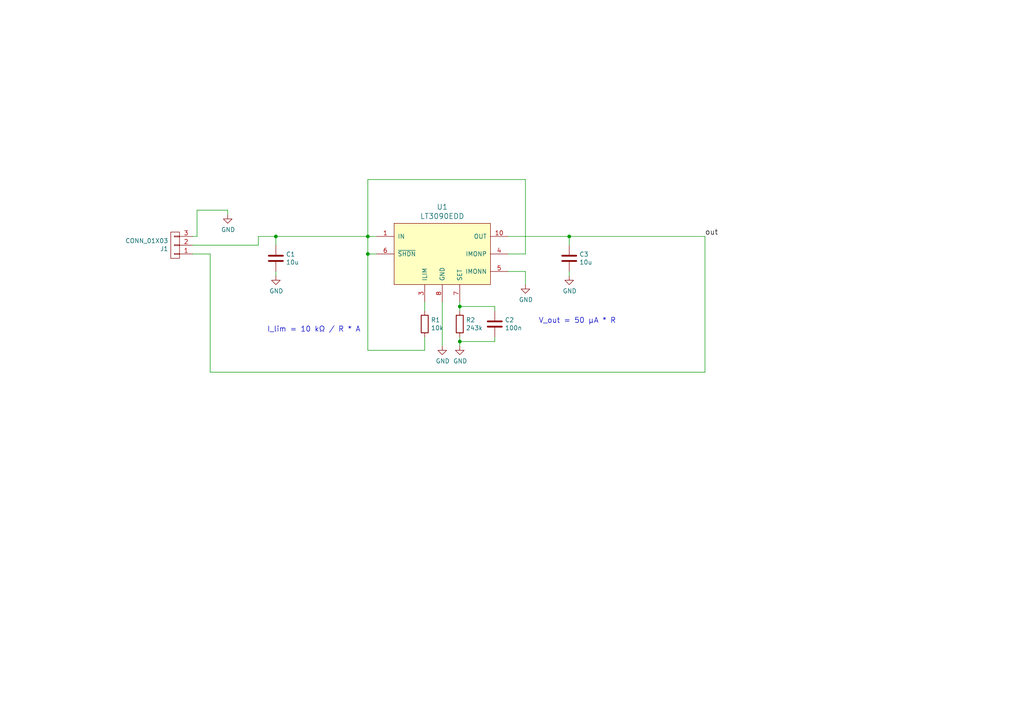
<source format=kicad_sch>
(kicad_sch (version 20230121) (generator eeschema)
  (paper "A4")
  (lib_symbols
    (symbol "LT3090_breakout-rescue:C" (pin_numbers hide) (pin_names (offset 0.254))
      (property "Reference" "C" (at 0.635 2.54 0))
      (property "Value" "C" (at 0.635 -2.54 0))
      (symbol "C_0_1"
        (polyline (pts (xy -2.032 -0.762) (xy 2.032 -0.762)) (stroke (width 0.508)))
        (polyline (pts (xy -2.032 0.762) (xy 2.032 0.762)) (stroke (width 0.508)))
      )
      (symbol "C_1_1"
        (pin passive line (at 0 3.81 270) (length 2.794) (name "~") (number "1"))
        (pin passive line (at 0 -3.81 90) (length 2.794) (name "~") (number "2"))
      )
    )
    (symbol "LT3090_breakout-rescue:CONN_01X03" (pin_names (offset 1.016) hide)
      (property "Reference" "J" (at 0 5.08 0))
      (property "Value" "CONN_01X03" (at 2.54 0 90))
      (symbol "CONN_01X03_0_1"
        (rectangle (start -1.27 -2.413) (end 0.254 -2.667))
        (rectangle (start -1.27 0.127) (end 0.254 -0.127))
        (rectangle (start -1.27 2.667) (end 0.254 2.413))
        (rectangle (start -1.27 3.81) (end 1.27 -3.81))
      )
      (symbol "CONN_01X03_1_1"
        (pin passive line (at -5.08 2.54 0) (length 3.81) (name "P1") (number "1"))
        (pin passive line (at -5.08 0 0) (length 3.81) (name "P2") (number "2"))
        (pin passive line (at -5.08 -2.54 0) (length 3.81) (name "P3") (number "3"))
      )
    )
    (symbol "LT3090_breakout-rescue:GND" (power) (pin_names (offset 0))
      (property "Value" "GND" (at 0 -3.81 0))
      (symbol "GND_0_1"
        (polyline (pts (xy 0 0) (xy 0 -1.27) (xy 1.27 -1.27) (xy 0 -2.54) (xy -1.27 -1.27) (xy 0 -1.27)))
      )
      (symbol "GND_1_1"
        (pin power_in line (at 0 0 270) (length 0) hide (name "GND") (number "1"))
      )
    )
    (symbol "LT3090_breakout-rescue:LT3090EDD" (pin_names (offset 1.016))
      (property "Reference" "U" (at 0 11.43 0))
      (property "Value" "LT3090EDD" (at 10.16 11.43 0))
      (symbol "LT3090EDD_0_1"
        (rectangle (start -13.97 8.89) (end 13.97 -8.89) (fill (type background)))
      )
      (symbol "LT3090EDD_1_1"
        (pin power_in line (at -19.05 5.08 0) (length 5.08) (name "IN") (number "1"))
        (pin power_out line (at 19.05 5.08 180) (length 5.08) (name "OUT") (number "10"))
        (pin power_in line (at -19.05 5.08 0) (length 5.08) hide (name "PAD") (number "11"))
        (pin power_in line (at -19.05 5.08 0) (length 5.08) hide (name "IN") (number "2"))
        (pin input line (at -5.08 -13.97 90) (length 5.08) (name "ILIM") (number "3"))
        (pin output line (at 19.05 0 180) (length 5.08) (name "IMONP") (number "4"))
        (pin output line (at 19.05 -5.08 180) (length 5.08) (name "IMONN") (number "5"))
        (pin input line (at -19.05 0 0) (length 5.08) (name "~{SHDN}") (number "6"))
        (pin input line (at 5.08 -13.97 90) (length 5.08) (name "SET") (number "7"))
        (pin power_in line (at 0 -13.97 90) (length 5.08) (name "GND") (number "8"))
        (pin power_out line (at 19.05 5.08 180) (length 5.08) hide (name "OUT2") (number "9"))
      )
    )
    (symbol "LT3090_breakout-rescue:R" (pin_numbers hide) (pin_names (offset 0))
      (property "Reference" "R" (at 2.032 0 90))
      (property "Value" "R" (at 0 0 90))
      (symbol "R_0_1"
        (rectangle (start -1.016 -2.54) (end 1.016 2.54) (stroke (width 0.254)))
      )
      (symbol "R_1_1"
        (pin passive line (at 0 3.81 270) (length 1.27) (name "~") (number "1"))
        (pin passive line (at 0 -3.81 90) (length 1.27) (name "~") (number "2"))
      )
    )
  )
  (junction (at 80.01 68.58))
  (junction (at 133.35 88.9))
  (junction (at 133.35 99.06))
  (junction (at 106.68 73.66))
  (junction (at 165.1 68.58))
  (junction (at 106.68 68.58))
  (wire (pts (xy 60.96 107.95) (xy 204.47 107.95)))
  (wire (pts (xy 80.01 68.58) (xy 106.68 68.58)))
  (wire (pts (xy 152.4 73.66) (xy 152.4 52.07)))
  (wire (pts (xy 143.51 90.17) (xy 143.51 88.9)))
  (wire (pts (xy 152.4 52.07) (xy 106.68 52.07)))
  (wire (pts (xy 74.93 68.58) (xy 80.01 68.58)))
  (wire (pts (xy 133.35 87.63) (xy 133.35 88.9)))
  (wire (pts (xy 57.15 68.58) (xy 57.15 60.96)))
  (wire (pts (xy 74.93 71.12) (xy 74.93 68.58)))
  (wire (pts (xy 80.01 80.01) (xy 80.01 78.74)))
  (wire (pts (xy 106.68 73.66) (xy 106.68 101.6)))
  (wire (pts (xy 133.35 97.79) (xy 133.35 99.06)))
  (wire (pts (xy 106.68 68.58) (xy 109.22 68.58)))
  (wire (pts (xy 106.68 101.6) (xy 123.19 101.6)))
  (wire (pts (xy 204.47 107.95) (xy 204.47 68.58)))
  (wire (pts (xy 165.1 78.74) (xy 165.1 80.01)))
  (wire (pts (xy 123.19 87.63) (xy 123.19 90.17)))
  (wire (pts (xy 80.01 71.12) (xy 80.01 68.58)))
  (wire (pts (xy 106.68 68.58) (xy 106.68 73.66)))
  (wire (pts (xy 147.32 73.66) (xy 152.4 73.66)))
  (wire (pts (xy 55.88 73.66) (xy 60.96 73.66)))
  (wire (pts (xy 123.19 101.6) (xy 123.19 97.79)))
  (wire (pts (xy 55.88 68.58) (xy 57.15 68.58)))
  (wire (pts (xy 133.35 99.06) (xy 143.51 99.06)))
  (wire (pts (xy 133.35 99.06) (xy 133.35 100.33)))
  (wire (pts (xy 165.1 68.58) (xy 204.47 68.58)))
  (wire (pts (xy 147.32 78.74) (xy 152.4 78.74)))
  (wire (pts (xy 143.51 88.9) (xy 133.35 88.9)))
  (wire (pts (xy 57.15 60.96) (xy 66.04 60.96)))
  (wire (pts (xy 152.4 78.74) (xy 152.4 82.55)))
  (wire (pts (xy 66.04 60.96) (xy 66.04 62.23)))
  (wire (pts (xy 147.32 68.58) (xy 165.1 68.58)))
  (wire (pts (xy 165.1 68.58) (xy 165.1 71.12)))
  (wire (pts (xy 128.27 87.63) (xy 128.27 100.33)))
  (wire (pts (xy 133.35 88.9) (xy 133.35 90.17)))
  (wire (pts (xy 106.68 73.66) (xy 109.22 73.66)))
  (wire (pts (xy 60.96 73.66) (xy 60.96 107.95)))
  (wire (pts (xy 106.68 52.07) (xy 106.68 68.58)))
  (wire (pts (xy 143.51 99.06) (xy 143.51 97.79)))
  (wire (pts (xy 55.88 71.12) (xy 74.93 71.12)))
  (text "I_lim = 10 kΩ / R * A" (at 77.47 96.52 0) (effects (font (size 1.524 1.524)) (justify left bottom)))
  (text "V_out = 50 µA * R" (at 156.21 93.98 0) (effects (font (size 1.524 1.524)) (justify left bottom)))
  (label "out" (at 204.47 68.58 0) (effects (font (size 1.524 1.524))))
  (symbol (lib_id "LT3090_breakout-rescue:CONN_01X03") (at 50.8 71.12 180) (unit 1)
    (property "Reference" "J1" (at 48.8188 72.1614 0) (effects (justify left)))
    (property "Value" "CONN_01X03" (at 48.8188 69.85 0) (effects (justify left)))
    (property "Footprint" "Pin_Headers:Pin_Header_Angled_1x03_Pitch2.54mm" (effects hide))
  )
  (symbol (lib_id "LT3090_breakout-rescue:GND") (at 66.04 62.23 0) (unit 1)
    (property "Reference" "#PWR01" (effects hide))
    (property "Value" "GND" (at 66.167 66.6242 0))
  )
  (symbol (lib_id "LT3090_breakout-rescue:R") (at 123.19 93.98 0) (unit 1)
    (property "Reference" "R1" (at 124.968 92.8116 0) (effects (justify left)))
    (property "Value" "10k" (at 124.968 95.123 0) (effects (justify left)))
    (property "Footprint" "Resistors_SMD:R_0603" (effects hide))
  )
  (symbol (lib_id "LT3090_breakout-rescue:GND") (at 128.27 100.33 0) (unit 1)
    (property "Reference" "#PWR02" (effects hide))
    (property "Value" "GND" (at 128.397 104.7242 0))
  )
  (symbol (lib_id "LT3090_breakout-rescue:R") (at 133.35 93.98 0) (unit 1)
    (property "Reference" "R2" (at 135.128 92.8116 0) (effects (justify left)))
    (property "Value" "243k" (at 135.128 95.123 0) (effects (justify left)))
    (property "Footprint" "Resistors_SMD:R_0603" (effects hide))
  )
  (symbol (lib_id "LT3090_breakout-rescue:C") (at 165.1 74.93 0) (unit 1)
    (property "Reference" "C3" (at 168.021 73.7616 0) (effects (justify left)))
    (property "Value" "10u" (at 168.021 76.073 0) (effects (justify left)))
    (property "Footprint" "Capacitors_SMD:C_0603" (effects hide))
    (property "MFN" "Murata" (effects hide))
    (property "MFP" "GRM188R6YA106MA73D" (effects hide))
    (property "Alternative" "GRM188R6YA475KE15D" (effects hide))
  )
  (symbol (lib_id "LT3090_breakout-rescue:GND") (at 165.1 80.01 0) (unit 1)
    (property "Reference" "#PWR03" (effects hide))
    (property "Value" "GND" (at 165.227 84.4042 0))
  )
  (symbol (lib_id "LT3090_breakout-rescue:C") (at 80.01 74.93 0) (unit 1)
    (property "Reference" "C1" (at 82.931 73.7616 0) (effects (justify left)))
    (property "Value" "10u" (at 82.931 76.073 0) (effects (justify left)))
    (property "Footprint" "Capacitors_SMD:C_0603" (effects hide))
    (property "MFN" "Murata" (effects hide))
    (property "MFP" "GRM188R6YA106MA73D" (effects hide))
    (property "Alternative" "GRM188R6YA475KE15D" (effects hide))
  )
  (symbol (lib_id "LT3090_breakout-rescue:GND") (at 80.01 80.01 0) (unit 1)
    (property "Reference" "#PWR04" (effects hide))
    (property "Value" "GND" (at 80.137 84.4042 0))
  )
  (symbol (lib_id "LT3090_breakout-rescue:C") (at 143.51 93.98 0) (unit 1)
    (property "Reference" "C2" (at 146.431 92.8116 0) (effects (justify left)))
    (property "Value" "100n" (at 146.431 95.123 0) (effects (justify left)))
    (property "Footprint" "Capacitors_SMD:C_0603" (effects hide))
    (property "MFN" "Murata" (effects hide))
  )
  (symbol (lib_id "LT3090_breakout-rescue:LT3090EDD") (at 128.27 73.66 0) (unit 1)
    (property "Reference" "U1" (at 128.27 60.0202 0) (effects (font (size 1.524 1.524))))
    (property "Value" "LT3090EDD" (at 128.27 62.7126 0) (effects (font (size 1.524 1.524))))
    (property "Footprint" "Housings_DFN_QFN:DFN-10-1EP_3x3mm_Pitch0.5mm" (effects hide))
    (property "MFN" "Linear Technology" (effects hide))
    (property "MFP" "LT3090EDD" (effects hide))
  )
  (symbol (lib_id "LT3090_breakout-rescue:GND") (at 152.4 82.55 0) (unit 1)
    (property "Reference" "#PWR05" (effects hide))
    (property "Value" "GND" (at 152.527 86.9442 0))
  )
  (symbol (lib_id "LT3090_breakout-rescue:GND") (at 133.35 100.33 0) (unit 1)
    (property "Reference" "#PWR06" (effects hide))
    (property "Value" "GND" (at 133.477 104.7242 0))
  )
)
</source>
